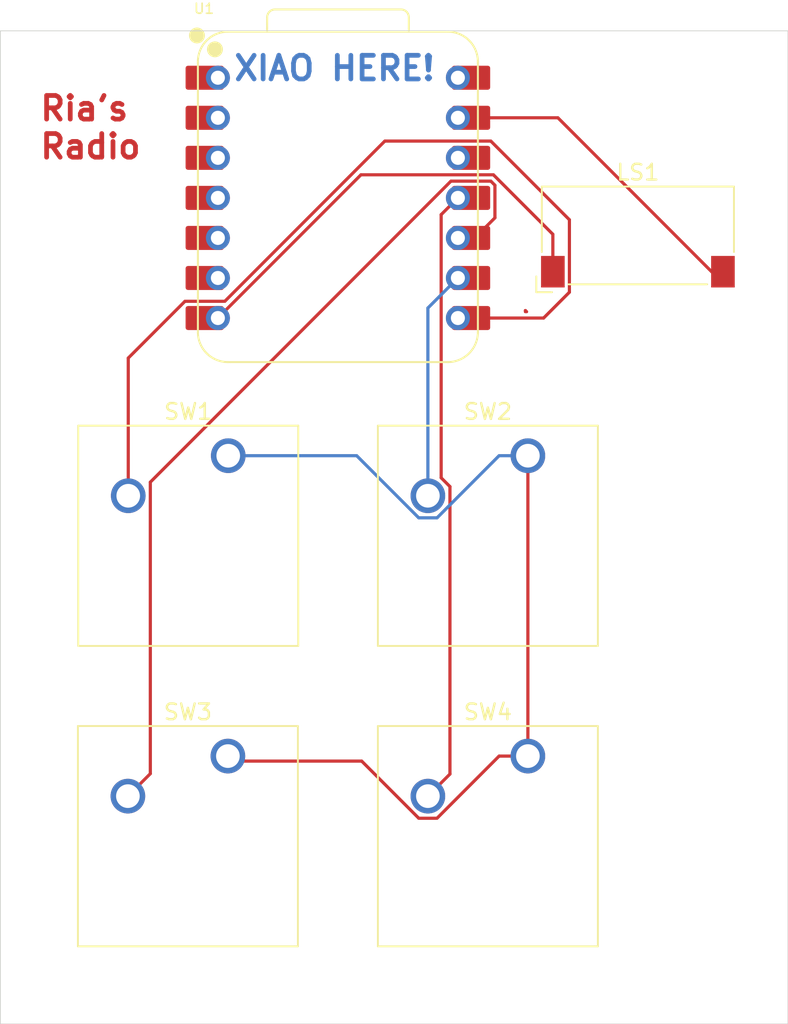
<source format=kicad_pcb>
(kicad_pcb (version 20241229) (generator "pcbnew") (generator_version "9.0")
  (layers (0 "F.Cu" signal) (2 "B.Cu" signal) (13 "F.Paste" user) (15 "B.Paste" user) (5 "F.SilkS" user "F.Silkscreen") (7 "B.SilkS" user "B.Silkscreen") (1 "F.Mask" user) (3 "B.Mask" user) (25 "Edge.Cuts" user))
  (net 0 "")
  (net 1 "Net-(U1-GPIO0{slash}TX)")
  (net 2 "Net-(U1-GND)")
  (net 3 "Net-(U1-GPIO1{slash}RX)")
  (net 4 "GND")
  (net 5 "Net-(U1-GPIO2{slash}SCK)")
  (net 6 "Net-(U1-GPIO4{slash}MISO)")
  (net 7 "Net-(U1-GPIO3{slash}MOSI)")
  (net 12 "+5V")
  (footprint "Buzzer_Beeper:Speaker_CUI_CMR-1206S-67" (layer "F.Cu") (at 116.68125 66.675)
    (property "Reference" "LS1" (at 0 -4 0) (layer "F.SilkS"))
    (property "Value" "Speaker")
    (fp_line (start -6.45 2.6) (end -6.45 3.6) (stroke (width 0.12)) (layer "F.SilkS"))
    (fp_line (start -6.45 3.6) (end -5.45 3.6) (stroke (width 0.12)) (layer "F.SilkS"))
    (fp_line (start -6.1 -3.1) (end 6.1 -3.1) (stroke (width 0.12)) (layer "F.SilkS"))
    (fp_line (start -6.1 1.05) (end -6.1 -3.1) (stroke (width 0.12)) (layer "F.SilkS"))
    (fp_line (start 4.4 3.1) (end -4.4 3.1) (stroke (width 0.12)) (layer "F.SilkS"))
    (fp_line (start 6.1 -3.1) (end 6.1 1.05) (stroke (width 0.12)) (layer "F.SilkS"))
    (pad "1" smd rect (at -5.4 2.3 180) (size 1.5 2) (layers "F.Cu" "F.Mask") (net 1 "Net-(U1-GPIO0{slash}TX)"))
    (pad "2" smd rect (at 5.4 2.3 180) (size 1.5 2) (layers "F.Cu" "F.Mask") (net 2 "Net-(U1-GND)"))
  )
  (footprint "Button_Switch_Keyboard:SW_Cherry_MX_1.00u_PCB" (layer "F.Cu") (at 90.64625 99.695)
    (property "Reference" "SW3" (at -2.54 -2.794 0) (layer "F.SilkS"))
    (property "Value" "SW_Push")
    (fp_line (start -9.525 -1.905) (end 4.445 -1.905) (stroke (width 0.12)) (layer "F.SilkS"))
    (fp_line (start -9.525 12.065) (end -9.525 -1.905) (stroke (width 0.12)) (layer "F.SilkS"))
    (fp_line (start 4.445 -1.905) (end 4.445 12.065) (stroke (width 0.12)) (layer "F.SilkS"))
    (fp_line (start 4.445 12.065) (end -9.525 12.065) (stroke (width 0.12)) (layer "F.SilkS"))
    (pad "" np_thru_hole circle (at -7.62 5.08) (size 1.7 1.7) (drill 1.7) (layers "*.Cu" "*.Mask"))
    (pad "" np_thru_hole circle (at -2.54 5.08) (size 4 4) (drill 4) (layers "*.Cu" "*.Mask"))
    (pad "" np_thru_hole circle (at 2.54 5.08) (size 1.7 1.7) (drill 1.7) (layers "*.Cu" "*.Mask"))
    (pad "1" thru_hole circle (at 0 0) (size 2.2 2.2) (drill 1.5) (layers "*.Cu" "*.Mask") (net 4 "GND"))
    (pad "2" thru_hole circle (at -6.35 2.54) (size 2.2 2.2) (drill 1.5) (layers "*.Cu" "*.Mask") (net 6 "Net-(U1-GPIO4{slash}MISO)"))
  )
  (footprint "Seeed Studio XIAO Series Library:XIAO-RP2040-DIP" (layer "F.Cu") (at 97.63125 64.29375)
    (property "Reference" "U1" (at -8.5 -12 0) (layer "F.SilkS") (effects (font (size 0.635 0.635) (thickness 0.1016))))
    (property "Value" "XIAO-RP2040-DIP")
    (fp_line (start -8.89 8.509) (end -8.89 -8.636) (stroke (width 0.127)) (layer "F.SilkS"))
    (fp_line (start -6.985 10.414) (end 6.985 10.414) (stroke (width 0.127)) (layer "F.SilkS"))
    (fp_line (start -4.495 -10.541) (end -4.491272 -11.451272) (stroke (width 0.127)) (layer "F.SilkS"))
    (fp_line (start -3.991272 -11.951) (end 4.004 -11.951) (stroke (width 0.127)) (layer "F.SilkS"))
    (fp_line (start 4.504 -11.451) (end 4.504 -10.541) (stroke (width 0.127)) (layer "F.SilkS"))
    (fp_line (start 6.985 -10.541) (end -6.985 -10.541) (stroke (width 0.1)) (layer "F.SilkS"))
    (fp_line (start 6.985 -10.541) (end -6.985 -10.541) (stroke (width 0.127)) (layer "F.SilkS"))
    (fp_line (start 8.89 8.509) (end 8.89 -8.636) (stroke (width 0.127)) (layer "F.SilkS"))
    (fp_arc (start -8.89 -8.636) (mid -8.332038 -9.983038) (end -6.985 -10.541) (stroke (width 0.127)) (layer "F.SilkS"))
    (fp_arc (start -6.985 10.414) (mid -8.332038 9.856038) (end -8.89 8.509) (stroke (width 0.127)) (layer "F.SilkS"))
    (fp_arc (start -4.491272 -11.451272) (mid -4.344728 -11.80464) (end -3.991272 -11.951) (stroke (width 0.127)) (layer "F.SilkS"))
    (fp_arc (start 4.004 -11.951) (mid 4.357553 -11.804553) (end 4.504 -11.451) (stroke (width 0.127)) (layer "F.SilkS"))
    (fp_arc (start 6.985 -10.541) (mid 8.332038 -9.983038) (end 8.89 -8.636) (stroke (width 0.127)) (layer "F.SilkS"))
    (fp_arc (start 8.89 8.509) (mid 8.332038 9.856038) (end 6.985 10.414) (stroke (width 0.127)) (layer "F.SilkS"))
    (fp_circle (center -8.95 -10.3) (end -8.95 -10.554) (stroke (width 0.5)) (fill yes) (layer "F.SilkS"))
    (fp_circle (center -7.807 -9.42) (end -7.807 -9.674) (stroke (width 0.5)) (fill yes) (layer "F.SilkS"))
    (pad "1" smd roundrect (at -8.455 -7.62 180) (size 2.432 1.524) (layers "F.Cu" "F.Mask") (roundrect_rratio 0.1))
    (pad "1" thru_hole circle (at -7.62 -7.62 180) (size 1.524 1.524) (drill 0.889) (layers "*.Cu" "*.Mask"))
    (pad "2" smd roundrect (at -8.455 -5.08 180) (size 2.432 1.524) (layers "F.Cu" "F.Mask") (roundrect_rratio 0.1))
    (pad "2" thru_hole circle (at -7.62 -5.08 180) (size 1.524 1.524) (drill 0.889) (layers "*.Cu" "*.Mask"))
    (pad "3" smd roundrect (at -8.455 -2.54 180) (size 2.432 1.524) (layers "F.Cu" "F.Mask") (roundrect_rratio 0.1))
    (pad "3" thru_hole circle (at -7.62 -2.54 180) (size 1.524 1.524) (drill 0.889) (layers "*.Cu" "*.Mask"))
    (pad "4" smd roundrect (at -8.455 0 180) (size 2.432 1.524) (layers "F.Cu" "F.Mask") (roundrect_rratio 0.1))
    (pad "4" thru_hole circle (at -7.62 0 180) (size 1.524 1.524) (drill 0.889) (layers "*.Cu" "*.Mask"))
    (pad "5" smd roundrect (at -8.455 2.54 180) (size 2.432 1.524) (layers "F.Cu" "F.Mask") (roundrect_rratio 0.1))
    (pad "5" thru_hole circle (at -7.62 2.54 180) (size 1.524 1.524) (drill 0.889) (layers "*.Cu" "*.Mask"))
    (pad "6" smd roundrect (at -8.455 5.08 180) (size 2.432 1.524) (layers "F.Cu" "F.Mask") (roundrect_rratio 0.1))
    (pad "6" thru_hole circle (at -7.62 5.08 180) (size 1.524 1.524) (drill 0.889) (layers "*.Cu" "*.Mask"))
    (pad "7" smd roundrect (at -8.455 7.62 180) (size 2.432 1.524) (layers "F.Cu" "F.Mask") (roundrect_rratio 0.1) (net 1 "Net-(U1-GPIO0{slash}TX)"))
    (pad "7" thru_hole circle (at -7.62 7.62 180) (size 1.524 1.524) (drill 0.889) (layers "*.Cu" "*.Mask") (net 1 "Net-(U1-GPIO0{slash}TX)"))
    (pad "8" thru_hole circle (at 7.62 7.62) (size 1.524 1.524) (drill 0.889) (layers "*.Cu" "*.Mask") (net 3 "Net-(U1-GPIO1{slash}RX)"))
    (pad "8" smd roundrect (at 8.455 7.62) (size 2.432 1.524) (layers "F.Cu" "F.Mask") (roundrect_rratio 0.1) (net 3 "Net-(U1-GPIO1{slash}RX)"))
    (pad "9" thru_hole circle (at 7.62 5.08) (size 1.524 1.524) (drill 0.889) (layers "*.Cu" "*.Mask") (net 5 "Net-(U1-GPIO2{slash}SCK)"))
    (pad "9" smd roundrect (at 8.455 5.08) (size 2.432 1.524) (layers "F.Cu" "F.Mask") (roundrect_rratio 0.1) (net 5 "Net-(U1-GPIO2{slash}SCK)"))
    (pad "10" thru_hole circle (at 7.62 2.54) (size 1.524 1.524) (drill 0.889) (layers "*.Cu" "*.Mask") (net 6 "Net-(U1-GPIO4{slash}MISO)"))
    (pad "10" smd roundrect (at 8.455 2.54) (size 2.432 1.524) (layers "F.Cu" "F.Mask") (roundrect_rratio 0.1) (net 6 "Net-(U1-GPIO4{slash}MISO)"))
    (pad "11" thru_hole circle (at 7.62 0) (size 1.524 1.524) (drill 0.889) (layers "*.Cu" "*.Mask") (net 7 "Net-(U1-GPIO3{slash}MOSI)"))
    (pad "11" smd roundrect (at 8.455 0) (size 2.432 1.524) (layers "F.Cu" "F.Mask") (roundrect_rratio 0.1) (net 7 "Net-(U1-GPIO3{slash}MOSI)"))
    (pad "12" thru_hole circle (at 7.62 -2.54) (size 1.524 1.524) (drill 0.889) (layers "*.Cu" "*.Mask"))
    (pad "12" smd roundrect (at 8.455 -2.54) (size 2.432 1.524) (layers "F.Cu" "F.Mask") (roundrect_rratio 0.1))
    (pad "13" thru_hole circle (at 7.62 -5.08) (size 1.524 1.524) (drill 0.889) (layers "*.Cu" "*.Mask") (net 2 "Net-(U1-GND)"))
    (pad "13" smd roundrect (at 8.455 -5.08) (size 2.432 1.524) (layers "F.Cu" "F.Mask") (roundrect_rratio 0.1) (net 2 "Net-(U1-GND)"))
    (pad "14" thru_hole circle (at 7.62 -7.62) (size 1.524 1.524) (drill 0.889) (layers "*.Cu" "*.Mask") (net 12 "+5V"))
    (pad "14" smd roundrect (at 8.455 -7.62) (size 2.432 1.524) (layers "F.Cu" "F.Mask") (roundrect_rratio 0.1) (net 12 "+5V"))
  )
  (footprint "Button_Switch_Keyboard:SW_Cherry_MX_1.00u_PCB" (layer "F.Cu") (at 90.669 80.645)
    (property "Reference" "SW1" (at -2.54 -2.794 0) (layer "F.SilkS"))
    (property "Value" "SW_Push")
    (fp_line (start -9.525 -1.905) (end 4.445 -1.905) (stroke (width 0.12)) (layer "F.SilkS"))
    (fp_line (start -9.525 12.065) (end -9.525 -1.905) (stroke (width 0.12)) (layer "F.SilkS"))
    (fp_line (start 4.445 -1.905) (end 4.445 12.065) (stroke (width 0.12)) (layer "F.SilkS"))
    (fp_line (start 4.445 12.065) (end -9.525 12.065) (stroke (width 0.12)) (layer "F.SilkS"))
    (pad "" np_thru_hole circle (at -7.62 5.08) (size 1.7 1.7) (drill 1.7) (layers "*.Cu" "*.Mask"))
    (pad "" np_thru_hole circle (at -2.54 5.08) (size 4 4) (drill 4) (layers "*.Cu" "*.Mask"))
    (pad "" np_thru_hole circle (at 2.54 5.08) (size 1.7 1.7) (drill 1.7) (layers "*.Cu" "*.Mask"))
    (pad "1" thru_hole circle (at 0 0) (size 2.2 2.2) (drill 1.5) (layers "*.Cu" "*.Mask") (net 4 "GND"))
    (pad "2" thru_hole circle (at -6.35 2.54) (size 2.2 2.2) (drill 1.5) (layers "*.Cu" "*.Mask") (net 3 "Net-(U1-GPIO1{slash}RX)"))
  )
  (footprint "Button_Switch_Keyboard:SW_Cherry_MX_1.00u_PCB" (layer "F.Cu") (at 109.69625 99.695)
    (property "Reference" "SW4" (at -2.54 -2.794 0) (layer "F.SilkS"))
    (property "Value" "SW_Push")
    (fp_line (start -9.525 -1.905) (end 4.445 -1.905) (stroke (width 0.12)) (layer "F.SilkS"))
    (fp_line (start -9.525 12.065) (end -9.525 -1.905) (stroke (width 0.12)) (layer "F.SilkS"))
    (fp_line (start 4.445 -1.905) (end 4.445 12.065) (stroke (width 0.12)) (layer "F.SilkS"))
    (fp_line (start 4.445 12.065) (end -9.525 12.065) (stroke (width 0.12)) (layer "F.SilkS"))
    (pad "" np_thru_hole circle (at -7.62 5.08) (size 1.7 1.7) (drill 1.7) (layers "*.Cu" "*.Mask"))
    (pad "" np_thru_hole circle (at -2.54 5.08) (size 4 4) (drill 4) (layers "*.Cu" "*.Mask"))
    (pad "" np_thru_hole circle (at 2.54 5.08) (size 1.7 1.7) (drill 1.7) (layers "*.Cu" "*.Mask"))
    (pad "1" thru_hole circle (at 0 0) (size 2.2 2.2) (drill 1.5) (layers "*.Cu" "*.Mask") (net 4 "GND"))
    (pad "2" thru_hole circle (at -6.35 2.54) (size 2.2 2.2) (drill 1.5) (layers "*.Cu" "*.Mask") (net 7 "Net-(U1-GPIO3{slash}MOSI)"))
  )
  (footprint "Button_Switch_Keyboard:SW_Cherry_MX_1.00u_PCB" (layer "F.Cu") (at 109.69625 80.645)
    (property "Reference" "SW2" (at -2.54 -2.794 0) (layer "F.SilkS"))
    (property "Value" "SW_Push")
    (fp_line (start -9.525 -1.905) (end 4.445 -1.905) (stroke (width 0.12)) (layer "F.SilkS"))
    (fp_line (start -9.525 12.065) (end -9.525 -1.905) (stroke (width 0.12)) (layer "F.SilkS"))
    (fp_line (start 4.445 -1.905) (end 4.445 12.065) (stroke (width 0.12)) (layer "F.SilkS"))
    (fp_line (start 4.445 12.065) (end -9.525 12.065) (stroke (width 0.12)) (layer "F.SilkS"))
    (pad "" np_thru_hole circle (at -7.62 5.08) (size 1.7 1.7) (drill 1.7) (layers "*.Cu" "*.Mask"))
    (pad "" np_thru_hole circle (at -2.54 5.08) (size 4 4) (drill 4) (layers "*.Cu" "*.Mask"))
    (pad "" np_thru_hole circle (at 2.54 5.08) (size 1.7 1.7) (drill 1.7) (layers "*.Cu" "*.Mask"))
    (pad "1" thru_hole circle (at 0 0) (size 2.2 2.2) (drill 1.5) (layers "*.Cu" "*.Mask") (net 4 "GND"))
    (pad "2" thru_hole circle (at -6.35 2.54) (size 2.2 2.2) (drill 1.5) (layers "*.Cu" "*.Mask") (net 5 "Net-(U1-GPIO2{slash}SCK)"))
  )
  (gr_rect (start 76.2 53.7) (end 126.20625 116.68125) (stroke (width 0.05)) (fill no) (layer "Edge.Cuts"))
  (gr_text "Ria's \nRadio" (at 78.58125 61.9125 0) (layer "F.Cu") (effects (font (size 1.5 1.5) (thickness 0.3) (bold yes)) (justify left bottom)))
  (gr_text "XIAO HERE!" (at 90.899153 56.950828 0) (layer "B.Cu") (effects (font (size 1.5 1.5) (thickness 0.3) (bold yes)) (justify left bottom)))
  (segment (start 99.09525 62.82975) (end 90.01125 71.91375) (width 0.2) (layer "F.Cu") (net 1))
  (segment (start 111.28125 68.975) (end 111.28125 66.603024) (width 0.2) (layer "F.Cu") (net 1))
  (segment (start 107.507976 62.82975) (end 99.09525 62.82975) (width 0.2) (layer "F.Cu") (net 1))
  (segment (start 111.28125 66.603024) (end 107.507976 62.82975) (width 0.2) (layer "F.Cu") (net 1))
  (segment (start 106.08625 59.21375) (end 111.60125 59.21375) (width 0.2) (layer "F.Cu") (net 2))
  (segment (start 105.25125 59.21375) (end 106.08625 59.21375) (width 0.2) (layer "F.Cu") (net 2))
  (segment (start 111.60125 59.21375) (end 121.44375 69.05625) (width 0.2) (layer "F.Cu") (net 2))
  (segment (start 112.33225 65.681124) (end 107.341876 60.69075) (width 0.2) (layer "F.Cu") (net 3))
  (segment (start 90.45156 70.85075) (end 87.920624 70.85075) (width 0.2) (layer "F.Cu") (net 3))
  (segment (start 87.920624 70.85075) (end 84.319 74.452374) (width 0.2) (layer "F.Cu") (net 3))
  (segment (start 84.319 74.452374) (end 84.319 83.185) (width 0.2) (layer "F.Cu") (net 3))
  (segment (start 100.61156 60.69075) (end 90.45156 70.85075) (width 0.2) (layer "F.Cu") (net 3))
  (segment (start 110.6945 71.91375) (end 112.33225 70.276) (width 0.2) (layer "F.Cu") (net 3))
  (segment (start 107.341876 60.69075) (end 100.61156 60.69075) (width 0.2) (layer "F.Cu") (net 3))
  (segment (start 105.25125 71.91375) (end 110.6945 71.91375) (width 0.2) (layer "F.Cu") (net 3))
  (segment (start 112.33225 70.276) (end 112.33225 65.681124) (width 0.2) (layer "F.Cu") (net 3))
  (segment (start 90.64625 99.695) (end 90.64625 99.85375) (width 0.2) (layer "F.Cu") (net 4))
  (segment (start 99.142436 100.0125) (end 102.765936 103.636) (width 0.2) (layer "F.Cu") (net 4))
  (segment (start 107.867564 99.695) (end 109.69625 99.695) (width 0.2) (layer "F.Cu") (net 4))
  (segment (start 109.69625 80.645) (end 109.69625 99.695) (width 0.2) (layer "F.Cu") (net 4))
  (segment (start 90.64625 99.85375) (end 90.4875 100.0125) (width 0.2) (layer "F.Cu") (net 4))
  (segment (start 103.926564 103.636) (end 107.867564 99.695) (width 0.2) (layer "F.Cu") (net 4))
  (segment (start 90.4875 100.0125) (end 99.142436 100.0125) (width 0.2) (layer "F.Cu") (net 4))
  (segment (start 102.765936 103.636) (end 103.926564 103.636) (width 0.2) (layer "F.Cu") (net 4))
  (segment (start 90.669 80.645) (end 98.824936 80.645) (width 0.2) (layer "B.Cu") (net 4))
  (segment (start 107.867564 80.645) (end 109.69625 80.645) (width 0.2) (layer "B.Cu") (net 4))
  (segment (start 103.926564 84.586) (end 107.867564 80.645) (width 0.2) (layer "B.Cu") (net 4))
  (segment (start 98.824936 80.645) (end 102.765936 84.586) (width 0.2) (layer "B.Cu") (net 4))
  (segment (start 102.765936 84.586) (end 103.926564 84.586) (width 0.2) (layer "B.Cu") (net 4))
  (segment (start 109.5375 71.4375) (end 109.61275 71.51275) (width 0.2) (layer "F.Cu") (net 5))
  (segment (start 105.25125 69.37375) (end 106.32888 69.37375) (width 0.2) (layer "F.Cu") (net 5))
  (segment (start 105.25125 69.37375) (end 106.08625 69.37375) (width 0.2) (layer "F.Cu") (net 5))
  (segment (start 109.5375 71.4375) (end 109.5375 71.51275) (width 0.2) (layer "F.Cu") (net 5))
  (segment (start 105.25125 69.37375) (end 106.28794 69.37375) (width 0.2) (layer "F.Cu") (net 5))
  (segment (start 105.25125 69.37375) (end 103.34625 71.27875) (width 0.2) (layer "B.Cu") (net 5))
  (segment (start 103.34625 71.27875) (end 103.34625 83.185) (width 0.2) (layer "B.Cu") (net 5))
  (segment (start 85.72 82.32169) (end 85.72 100.81125) (width 0.2) (layer "F.Cu") (net 6))
  (segment (start 104.81094 63.23075) (end 85.72 82.32169) (width 0.2) (layer "F.Cu") (net 6))
  (segment (start 107.60325 65.55938) (end 107.60325 63.492124) (width 0.2) (layer "F.Cu") (net 6))
  (segment (start 85.72 100.81125) (end 84.29625 102.235) (width 0.2) (layer "F.Cu") (net 6))
  (segment (start 105.25125 66.83375) (end 106.32888 66.83375) (width 0.2) (layer "F.Cu") (net 6))
  (segment (start 106.32888 66.83375) (end 107.60325 65.55938) (width 0.2) (layer "F.Cu") (net 6))
  (segment (start 107.60325 63.492124) (end 107.341876 63.23075) (width 0.2) (layer "F.Cu") (net 6))
  (segment (start 107.341876 63.23075) (end 104.81094 63.23075) (width 0.2) (layer "F.Cu") (net 6))
  (segment (start 105.25125 66.83375) (end 106.08625 66.83375) (width 0.2) (layer "F.Cu") (net 6))
  (segment (start 104.18825 82.045686) (end 104.74725 82.604686) (width 0.2) (layer "F.Cu") (net 7))
  (segment (start 104.18825 65.35675) (end 104.18825 82.045686) (width 0.2) (layer "F.Cu") (net 7))
  (segment (start 104.74725 82.604686) (end 104.74725 100.834) (width 0.2) (layer "F.Cu") (net 7))
  (segment (start 105.25125 64.29375) (end 104.18825 65.35675) (width 0.2) (layer "F.Cu") (net 7))
  (segment (start 104.74725 100.834) (end 103.34625 102.235) (width 0.2) (layer "F.Cu") (net 7))
)
</source>
